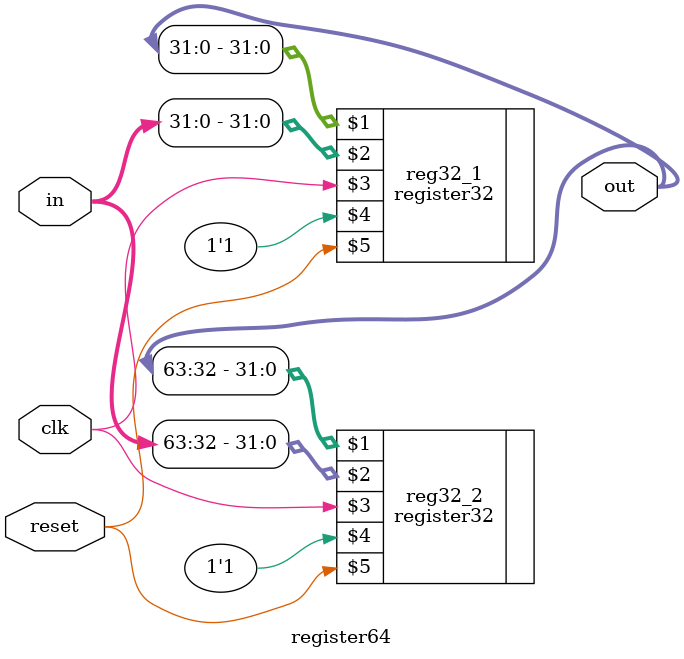
<source format=v>
module register64(out, in, clk, reset);
    input [63:0] in;
    input clk, reset;
    output [63:0] out;

    register32 reg32_1 (out[31:0], in[31:0], clk, 1'b1, reset);
    register32 reg32_2 (out[63:32], in[63:32], clk, 1'b1, reset);

    
endmodule

</source>
